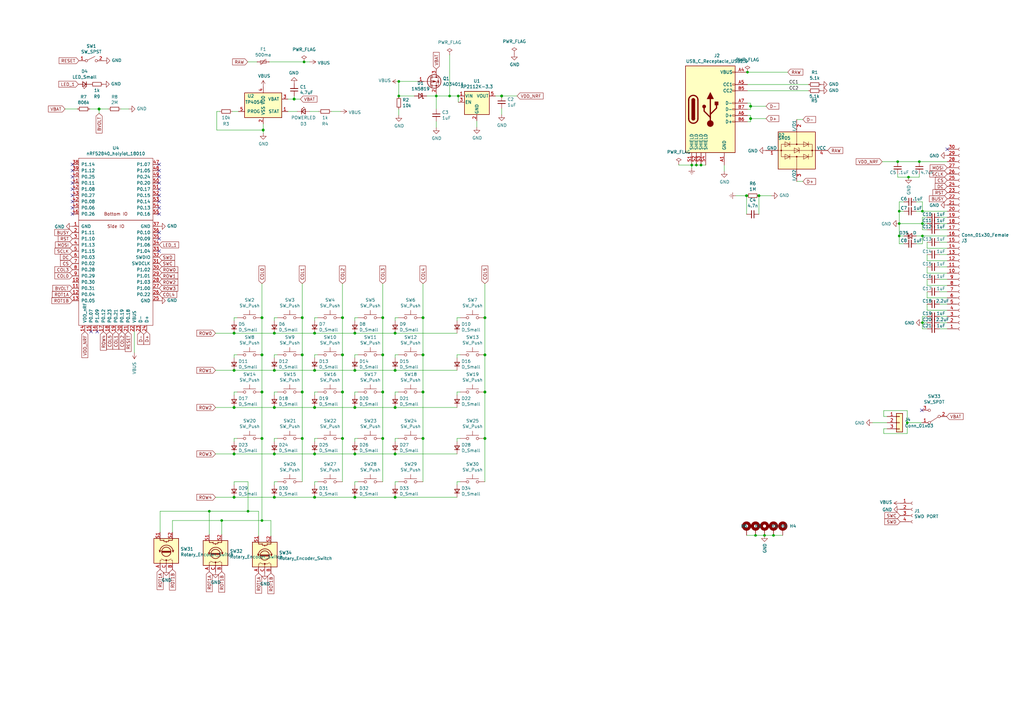
<source format=kicad_sch>
(kicad_sch (version 20211123) (generator eeschema)
  (paper "A3")
  (title_block (title "Hakea Wireless Keyboard") (date "2022-01-09") (rev "1.0") (company "TKW"))
  (junction (at 173.482 145.542) (diameter 1.016))
  (junction (at 173.482 179.832) (diameter 1.016))
  (junction (at 112.522 203.962) (diameter 1.016))
  (junction (at 162.052 186.182) (diameter 1.016))
  (junction (at 307.848 48.641) (diameter 1.016))
  (junction (at 101.727 209.677))
  (junction (at 377.063 66.294))
  (junction (at 145.542 167.132) (diameter 1.016))
  (junction (at 163.576 33.401))
  (junction (at 317.246 219.583))
  (junction (at 85.852 209.677))
  (junction (at 112.522 136.652) (diameter 1.016))
  (junction (at 187.96 39.37))
  (junction (at 287.528 67.691))
  (junction (at 368.173 66.294))
  (junction (at 112.522 186.182) (diameter 1.016))
  (junction (at 90.932 213.487))
  (junction (at 163.576 39.37))
  (junction (at 198.882 145.542) (diameter 1.016))
  (junction (at 307.848 43.561) (diameter 1.016))
  (junction (at 107.442 130.302) (diameter 1.016))
  (junction (at 107.442 145.542) (diameter 1.016))
  (junction (at 372.618 72.644))
  (junction (at 129.032 203.962) (diameter 1.016))
  (junction (at 311.277 80.264) (diameter 1.016))
  (junction (at 162.052 167.132) (diameter 1.016))
  (junction (at 309.88 219.583))
  (junction (at 378.333 91.694))
  (junction (at 162.052 203.962) (diameter 1.016))
  (junction (at 140.462 130.302) (diameter 1.016))
  (junction (at 96.012 186.182) (diameter 1.016))
  (junction (at 123.952 179.832) (diameter 1.016))
  (junction (at 140.462 179.832) (diameter 1.016))
  (junction (at 162.052 151.892) (diameter 1.016))
  (junction (at 123.952 160.782) (diameter 1.016))
  (junction (at 140.462 145.542) (diameter 1.016))
  (junction (at 283.718 67.691))
  (junction (at 107.95 53.34) (diameter 1.016))
  (junction (at 96.012 136.652) (diameter 1.016))
  (junction (at 107.442 179.832) (diameter 1.016))
  (junction (at 378.333 96.774))
  (junction (at 129.032 136.652) (diameter 1.016))
  (junction (at 112.522 167.132) (diameter 1.016))
  (junction (at 156.972 145.542) (diameter 1.016))
  (junction (at 306.578 29.591))
  (junction (at 156.972 130.302) (diameter 1.016))
  (junction (at 112.522 151.892) (diameter 1.016))
  (junction (at 120.65 40.64) (diameter 1.016))
  (junction (at 378.333 132.334))
  (junction (at 96.012 167.132) (diameter 1.016))
  (junction (at 129.032 186.182) (diameter 1.016))
  (junction (at 378.333 86.614))
  (junction (at 129.032 151.892) (diameter 1.016))
  (junction (at 198.882 160.782) (diameter 1.016))
  (junction (at 173.482 160.782) (diameter 1.016))
  (junction (at 198.882 179.832) (diameter 1.016))
  (junction (at 96.012 203.962) (diameter 1.016))
  (junction (at 198.882 130.302) (diameter 1.016))
  (junction (at 107.442 160.782) (diameter 1.016))
  (junction (at 173.482 130.302) (diameter 1.016))
  (junction (at 40.64 44.704) (diameter 1.016))
  (junction (at 145.542 136.652) (diameter 1.016))
  (junction (at 178.943 39.37))
  (junction (at 306.197 80.264) (diameter 1.016))
  (junction (at 124.714 25.4))
  (junction (at 313.563 219.583))
  (junction (at 145.542 186.182) (diameter 1.016))
  (junction (at 372.11 173.355))
  (junction (at 123.952 130.302) (diameter 1.016))
  (junction (at 140.462 160.782) (diameter 1.016))
  (junction (at 162.052 136.652) (diameter 1.016))
  (junction (at 145.542 151.892) (diameter 1.016))
  (junction (at 285.623 67.691))
  (junction (at 368.808 91.694))
  (junction (at 96.012 151.892) (diameter 1.016))
  (junction (at 368.808 86.614))
  (junction (at 107.442 213.487))
  (junction (at 129.032 167.132) (diameter 1.016))
  (junction (at 368.808 96.774))
  (junction (at 184.404 39.37))
  (junction (at 123.952 145.542) (diameter 1.016))
  (junction (at 156.972 160.782) (diameter 1.016))
  (junction (at 205.74 39.37) (diameter 1.016))
  (junction (at 145.542 203.962) (diameter 1.016))
  (junction (at 156.972 179.832) (diameter 1.016))
  (no_connect (at 378.079 168.275))
  (no_connect (at 65.278 102.997))
  (no_connect (at 388.493 61.214))
  (no_connect (at 29.718 72.517))
  (no_connect (at 29.718 69.977))
  (no_connect (at 29.718 77.597))
  (no_connect (at 29.718 75.057))
  (no_connect (at 29.718 67.437))
  (no_connect (at 65.278 72.517))
  (no_connect (at 65.278 75.057))
  (no_connect (at 65.278 77.597))
  (no_connect (at 65.278 82.677))
  (no_connect (at 65.278 67.437))
  (no_connect (at 65.278 69.977))
  (no_connect (at 65.278 80.137))
  (no_connect (at 65.278 85.217))
  (no_connect (at 65.278 87.757))
  (no_connect (at 29.718 80.137))
  (no_connect (at 29.718 82.677))
  (no_connect (at 29.718 85.217))
  (no_connect (at 29.718 87.757))
  (no_connect (at 37.338 136.017))
  (no_connect (at 39.878 136.017))
  (no_connect (at 65.278 95.377))
  (no_connect (at 65.278 97.917))
  (wire (pts (xy 123.952 179.832) (xy 123.952 197.612)))
  (wire (pts (xy 156.972 130.302) (xy 156.972 145.542)))
  (wire (pts (xy 306.197 219.583) (xy 309.88 219.583)))
  (wire (pts (xy 187.452 197.612) (xy 188.722 197.612)))
  (wire (pts (xy 307.848 42.291) (xy 307.848 43.561)))
  (wire (pts (xy 306.578 42.291) (xy 307.848 42.291)))
  (wire (pts (xy 112.522 181.102) (xy 112.522 179.832)))
  (wire (pts (xy 36.83 44.704) (xy 40.64 44.704)))
  (wire (pts (xy 129.032 151.892) (xy 145.542 151.892)))
  (wire (pts (xy 163.576 33.401) (xy 171.323 33.401)))
  (wire (pts (xy 88.392 167.132) (xy 96.012 167.132)))
  (wire (pts (xy 129.032 160.782) (xy 130.302 160.782)))
  (wire (pts (xy 129.032 181.102) (xy 129.032 179.832)))
  (wire (pts (xy 120.65 40.64) (xy 123.19 40.64)))
  (wire (pts (xy 95.25 45.72) (xy 97.79 45.72)))
  (wire (pts (xy 140.462 179.832) (xy 140.462 197.612)))
  (wire (pts (xy 140.462 130.302) (xy 140.462 145.542)))
  (wire (pts (xy 101.727 197.612) (xy 101.727 209.677)))
  (wire (pts (xy 88.9 45.72) (xy 88.9 53.34)))
  (wire (pts (xy 195.58 49.53) (xy 195.58 52.197)))
  (wire (pts (xy 380.238 112.014) (xy 388.493 112.014)))
  (wire (pts (xy 96.012 130.302) (xy 97.282 130.302)))
  (wire (pts (xy 112.522 198.882) (xy 112.522 197.612)))
  (wire (pts (xy 380.238 106.934) (xy 388.493 106.934)))
  (wire (pts (xy 307.848 43.561) (xy 314.198 43.561)))
  (wire (pts (xy 40.64 44.704) (xy 40.64 46.482)))
  (wire (pts (xy 198.882 145.542) (xy 198.882 160.782)))
  (wire (pts (xy 96.012 145.542) (xy 97.282 145.542)))
  (wire (pts (xy 311.277 87.884) (xy 311.277 80.264)))
  (wire (pts (xy 65.659 218.313) (xy 65.659 209.677)))
  (wire (pts (xy 49.53 44.704) (xy 52.832 44.704)))
  (wire (pts (xy 307.848 44.831) (xy 306.578 44.831)))
  (wire (pts (xy 306.197 80.264) (xy 306.197 87.884)))
  (wire (pts (xy 88.392 136.652) (xy 96.012 136.652)))
  (wire (pts (xy 145.542 146.812) (xy 145.542 145.542)))
  (wire (pts (xy 187.452 181.102) (xy 187.452 179.832)))
  (wire (pts (xy 112.522 136.652) (xy 129.032 136.652)))
  (wire (pts (xy 96.012 186.182) (xy 112.522 186.182)))
  (wire (pts (xy 378.333 96.774) (xy 375.793 96.774)))
  (wire (pts (xy 306.578 47.371) (xy 307.848 47.371)))
  (wire (pts (xy 178.943 49.784) (xy 178.943 52.324)))
  (wire (pts (xy 123.952 116.332) (xy 123.952 130.302)))
  (wire (pts (xy 368.173 72.644) (xy 372.618 72.644)))
  (wire (pts (xy 70.739 213.487) (xy 90.932 213.487)))
  (wire (pts (xy 162.052 145.542) (xy 163.322 145.542)))
  (wire (pts (xy 118.11 40.64) (xy 120.65 40.64)))
  (wire (pts (xy 112.522 131.572) (xy 112.522 130.302)))
  (wire (pts (xy 106.045 219.837) (xy 106.045 209.677)))
  (wire (pts (xy 112.522 197.612) (xy 113.792 197.612)))
  (wire (pts (xy 162.052 197.612) (xy 163.322 197.612)))
  (wire (pts (xy 388.493 132.334) (xy 385.318 132.334)))
  (wire (pts (xy 388.493 134.874) (xy 385.318 134.874)))
  (wire (pts (xy 372.11 173.355) (xy 378.079 173.355)))
  (wire (pts (xy 163.576 33.401) (xy 163.576 39.37)))
  (wire (pts (xy 380.238 99.314) (xy 380.238 101.854)))
  (wire (pts (xy 65.659 209.677) (xy 85.852 209.677)))
  (wire (pts (xy 388.493 96.774) (xy 378.333 96.774)))
  (wire (pts (xy 368.808 96.774) (xy 370.713 96.774)))
  (wire (pts (xy 129.032 131.572) (xy 129.032 130.302)))
  (wire (pts (xy 85.852 219.202) (xy 85.852 209.677)))
  (wire (pts (xy 162.052 181.102) (xy 162.052 179.832)))
  (wire (pts (xy 380.238 127.254) (xy 388.493 127.254)))
  (wire (pts (xy 184.404 22.479) (xy 184.404 39.37)))
  (wire (pts (xy 145.542 197.612) (xy 146.812 197.612)))
  (wire (pts (xy 129.032 162.052) (xy 129.032 160.782)))
  (wire (pts (xy 145.542 186.182) (xy 162.052 186.182)))
  (wire (pts (xy 96.012 198.882) (xy 96.012 197.612)))
  (wire (pts (xy 285.623 67.691) (xy 287.528 67.691)))
  (wire (pts (xy 380.238 117.094) (xy 388.493 117.094)))
  (wire (pts (xy 163.576 39.37) (xy 163.576 39.624)))
  (wire (pts (xy 162.052 160.782) (xy 163.322 160.782)))
  (wire (pts (xy 377.063 72.644) (xy 377.063 71.374)))
  (wire (pts (xy 96.012 136.652) (xy 112.522 136.652)))
  (wire (pts (xy 378.333 82.804) (xy 378.333 86.614)))
  (wire (pts (xy 378.333 132.334) (xy 378.333 129.794)))
  (wire (pts (xy 145.542 162.052) (xy 145.542 160.782)))
  (wire (pts (xy 205.74 44.45) (xy 205.74 46.99)))
  (wire (pts (xy 375.793 82.804) (xy 378.333 82.804)))
  (wire (pts (xy 156.972 116.332) (xy 156.972 130.302)))
  (wire (pts (xy 380.238 119.634) (xy 380.238 122.174)))
  (wire (pts (xy 90.932 213.487) (xy 107.442 213.487)))
  (wire (pts (xy 140.462 145.542) (xy 140.462 160.782)))
  (wire (pts (xy 198.882 179.832) (xy 198.882 197.612)))
  (wire (pts (xy 55.118 144.653) (xy 55.118 136.017)))
  (wire (pts (xy 357.886 173.355) (xy 363.855 173.355)))
  (wire (pts (xy 163.576 44.704) (xy 163.576 47.244)))
  (wire (pts (xy 96.012 131.572) (xy 96.012 130.302)))
  (wire (pts (xy 111.125 213.487) (xy 107.442 213.487)))
  (wire (pts (xy 187.452 146.812) (xy 187.452 145.542)))
  (wire (pts (xy 156.972 145.542) (xy 156.972 160.782)))
  (wire (pts (xy 388.493 124.714) (xy 385.318 124.714)))
  (wire (pts (xy 388.493 119.634) (xy 385.318 119.634)))
  (wire (pts (xy 380.238 122.174) (xy 388.493 122.174)))
  (wire (pts (xy 101.6 25.4) (xy 105.41 25.4)))
  (wire (pts (xy 156.972 160.782) (xy 156.972 179.832)))
  (wire (pts (xy 145.542 160.782) (xy 146.812 160.782)))
  (wire (pts (xy 145.542 203.962) (xy 162.052 203.962)))
  (wire (pts (xy 162.052 146.812) (xy 162.052 145.542)))
  (wire (pts (xy 118.11 45.72) (xy 121.92 45.72)))
  (wire (pts (xy 107.95 50.8) (xy 107.95 53.34)))
  (wire (pts (xy 96.012 197.612) (xy 101.727 197.612)))
  (wire (pts (xy 380.238 104.394) (xy 380.238 106.934)))
  (wire (pts (xy 90.17 45.72) (xy 88.9 45.72)))
  (wire (pts (xy 40.64 44.704) (xy 44.45 44.704)))
  (wire (pts (xy 96.012 203.962) (xy 112.522 203.962)))
  (wire (pts (xy 175.006 39.37) (xy 178.943 39.37)))
  (wire (pts (xy 173.482 116.332) (xy 173.482 130.302)))
  (wire (pts (xy 380.238 109.474) (xy 380.238 112.014)))
  (wire (pts (xy 163.576 39.37) (xy 169.926 39.37)))
  (wire (pts (xy 326.771 74.422) (xy 329.311 74.422)))
  (wire (pts (xy 107.95 53.34) (xy 107.95 54.61)))
  (wire (pts (xy 178.943 39.37) (xy 178.943 44.704)))
  (wire (pts (xy 145.542 136.652) (xy 162.052 136.652)))
  (wire (pts (xy 96.012 162.052) (xy 96.012 160.782)))
  (wire (pts (xy 162.052 186.182) (xy 187.452 186.182)))
  (wire (pts (xy 173.482 160.782) (xy 173.482 179.832)))
  (wire (pts (xy 145.542 151.892) (xy 162.052 151.892)))
  (wire (pts (xy 375.793 86.614) (xy 378.333 86.614)))
  (wire (pts (xy 283.718 67.691) (xy 285.623 67.691)))
  (wire (pts (xy 85.852 209.677) (xy 101.727 209.677)))
  (wire (pts (xy 123.952 160.782) (xy 123.952 179.832)))
  (wire (pts (xy 124.714 25.4) (xy 127 25.4)))
  (wire (pts (xy 145.542 181.102) (xy 145.542 179.832)))
  (wire (pts (xy 368.808 86.614) (xy 368.808 91.694)))
  (wire (pts (xy 145.542 179.832) (xy 146.812 179.832)))
  (wire (pts (xy 107.442 116.332) (xy 107.442 130.302)))
  (wire (pts (xy 129.032 167.132) (xy 145.542 167.132)))
  (wire (pts (xy 301.752 80.264) (xy 306.197 80.264)))
  (wire (pts (xy 145.542 145.542) (xy 146.812 145.542)))
  (wire (pts (xy 283.718 67.691) (xy 278.384 67.691)))
  (wire (pts (xy 205.74 39.37) (xy 212.09 39.37)))
  (wire (pts (xy 123.952 130.302) (xy 123.952 145.542)))
  (wire (pts (xy 187.452 131.572) (xy 187.452 130.302)))
  (wire (pts (xy 112.522 203.962) (xy 129.032 203.962)))
  (wire (pts (xy 388.493 109.474) (xy 385.318 109.474)))
  (wire (pts (xy 380.238 114.554) (xy 380.238 117.094)))
  (wire (pts (xy 287.528 67.691) (xy 289.433 67.691)))
  (wire (pts (xy 107.442 160.782) (xy 107.442 179.832)))
  (wire (pts (xy 187.452 179.832) (xy 188.722 179.832)))
  (wire (pts (xy 323.088 29.591) (xy 306.578 29.591)))
  (wire (pts (xy 361.823 66.294) (xy 368.173 66.294)))
  (wire (pts (xy 283.718 68.961) (xy 283.718 67.691)))
  (wire (pts (xy 362.458 177.8) (xy 372.11 177.8)))
  (wire (pts (xy 112.522 146.812) (xy 112.522 145.542)))
  (wire (pts (xy 378.333 86.614) (xy 388.493 86.614)))
  (wire (pts (xy 107.442 179.832) (xy 107.442 213.487)))
  (wire (pts (xy 156.972 179.832) (xy 156.972 197.612)))
  (wire (pts (xy 306.578 34.671) (xy 331.597 34.671)))
  (wire (pts (xy 388.493 114.554) (xy 385.318 114.554)))
  (wire (pts (xy 368.173 71.374) (xy 368.173 72.644)))
  (wire (pts (xy 368.808 82.804) (xy 368.808 86.614)))
  (wire (pts (xy 317.246 219.583) (xy 321.056 219.583)))
  (wire (pts (xy 96.012 151.892) (xy 112.522 151.892)))
  (wire (pts (xy 129.032 146.812) (xy 129.032 145.542)))
  (wire (pts (xy 184.404 39.37) (xy 187.96 39.37)))
  (wire (pts (xy 129.032 130.302) (xy 130.302 130.302)))
  (wire (pts (xy 96.012 167.132) (xy 112.522 167.132)))
  (wire (pts (xy 203.2 39.37) (xy 205.74 39.37)))
  (wire (pts (xy 162.052 131.572) (xy 162.052 130.302)))
  (wire (pts (xy 145.542 167.132) (xy 162.052 167.132)))
  (wire (pts (xy 378.333 89.154) (xy 378.333 91.694)))
  (wire (pts (xy 110.49 25.4) (xy 124.714 25.4)))
  (wire (pts (xy 106.045 209.677) (xy 101.727 209.677)))
  (wire (pts (xy 178.943 38.481) (xy 178.943 39.37)))
  (wire (pts (xy 162.052 179.832) (xy 163.322 179.832)))
  (wire (pts (xy 127 45.72) (xy 130.81 45.72)))
  (wire (pts (xy 313.563 219.583) (xy 317.246 219.583)))
  (wire (pts (xy 380.238 91.694) (xy 378.333 91.694)))
  (wire (pts (xy 120.65 39.37) (xy 120.65 40.64)))
  (wire (pts (xy 70.739 218.313) (xy 70.739 213.487)))
  (wire (pts (xy 107.442 130.302) (xy 107.442 145.542)))
  (wire (pts (xy 307.848 47.371) (xy 307.848 48.641)))
  (wire (pts (xy 378.333 134.874) (xy 378.333 132.334)))
  (wire (pts (xy 198.882 160.782) (xy 198.882 179.832)))
  (wire (pts (xy 378.333 91.694) (xy 378.333 94.234)))
  (wire (pts (xy 178.943 39.37) (xy 184.404 39.37)))
  (wire (pts (xy 187.452 160.782) (xy 188.722 160.782)))
  (wire (pts (xy 107.442 145.542) (xy 107.442 160.782)))
  (wire (pts (xy 123.952 145.542) (xy 123.952 160.782)))
  (wire (pts (xy 378.333 91.694) (xy 368.808 91.694)))
  (wire (pts (xy 112.522 179.832) (xy 113.792 179.832)))
  (wire (pts (xy 378.333 129.794) (xy 380.238 129.794)))
  (wire (pts (xy 388.493 91.694) (xy 385.318 91.694)))
  (wire (pts (xy 96.012 146.812) (xy 96.012 145.542)))
  (wire (pts (xy 112.522 145.542) (xy 113.792 145.542)))
  (wire (pts (xy 129.032 136.652) (xy 145.542 136.652)))
  (wire (pts (xy 372.11 168.402) (xy 362.458 168.402)))
  (wire (pts (xy 370.713 86.614) (xy 368.808 86.614)))
  (wire (pts (xy 187.452 145.542) (xy 188.722 145.542)))
  (wire (pts (xy 372.11 173.355) (xy 372.11 168.402)))
  (wire (pts (xy 96.012 179.832) (xy 97.282 179.832)))
  (wire (pts (xy 129.032 203.962) (xy 145.542 203.962)))
  (wire (pts (xy 26.67 44.704) (xy 31.75 44.704)))
  (wire (pts (xy 112.522 167.132) (xy 129.032 167.132)))
  (wire (pts (xy 145.542 130.302) (xy 146.812 130.302)))
  (wire (pts (xy 368.173 66.294) (xy 377.063 66.294)))
  (wire (pts (xy 380.238 132.334) (xy 378.333 132.334)))
  (wire (pts (xy 187.452 198.882) (xy 187.452 197.612)))
  (wire (pts (xy 162.052 203.962) (xy 187.452 203.962)))
  (wire (pts (xy 326.771 49.022) (xy 329.311 49.022)))
  (wire (pts (xy 307.848 48.641) (xy 307.848 49.911)))
  (wire (pts (xy 173.482 145.542) (xy 173.482 160.782)))
  (wire (pts (xy 187.96 39.37) (xy 187.96 41.91)))
  (wire (pts (xy 88.9 53.34) (xy 107.95 53.34)))
  (wire (pts (xy 96.012 181.102) (xy 96.012 179.832)))
  (wire (pts (xy 162.052 167.132) (xy 187.452 167.132)))
  (wire (pts (xy 388.493 99.314) (xy 385.318 99.314)))
  (wire (pts (xy 111.125 219.837) (xy 111.125 213.487)))
  (wire (pts (xy 173.482 130.302) (xy 173.482 145.542)))
  (wire (pts (xy 370.713 99.949) (xy 368.808 99.949)))
  (wire (pts (xy 306.578 37.211) (xy 331.597 37.211)))
  (wire (pts (xy 162.052 162.052) (xy 162.052 160.782)))
  (wire (pts (xy 129.032 186.182) (xy 145.542 186.182)))
  (wire (pts (xy 145.542 198.882) (xy 145.542 197.612)))
  (wire (pts (xy 370.713 82.804) (xy 368.808 82.804)))
  (wire (pts (xy 297.053 67.691) (xy 297.053 70.231)))
  (wire (pts (xy 309.88 219.583) (xy 313.563 219.583)))
  (wire (pts (xy 380.238 124.714) (xy 380.238 127.254)))
  (wire (pts (xy 375.793 99.949) (xy 378.333 99.949)))
  (wire (pts (xy 278.384 67.691) (xy 278.384 67.437)))
  (wire (pts (xy 378.333 94.234) (xy 380.238 94.234)))
  (wire (pts (xy 198.882 130.302) (xy 198.882 145.542)))
  (wire (pts (xy 112.522 151.892) (xy 129.032 151.892)))
  (wire (pts (xy 129.032 198.882) (xy 129.032 197.612)))
  (wire (pts (xy 363.855 175.895) (xy 362.458 175.895)))
  (wire (pts (xy 362.458 175.895) (xy 362.458 177.8)))
  (wire (pts (xy 362.458 168.402) (xy 362.458 170.815)))
  (wire (pts (xy 368.808 99.949) (xy 368.808 96.774)))
  (wire (pts (xy 307.848 49.911) (xy 306.578 49.911)))
  (wire (pts (xy 112.522 160.782) (xy 113.792 160.782)))
  (wire (pts (xy 378.333 99.949) (xy 378.333 96.774)))
  (wire (pts (xy 129.032 145.542) (xy 130.302 145.542)))
  (wire (pts (xy 377.063 66.294) (xy 388.493 66.294)))
  (wire (pts (xy 145.542 131.572) (xy 145.542 130.302)))
  (wire (pts (xy 380.238 134.874) (xy 378.333 134.874)))
  (wire (pts (xy 388.493 129.794) (xy 385.318 129.794)))
  (wire (pts (xy 173.482 179.832) (xy 173.482 197.612)))
  (wire (pts (xy 385.318 94.234) (xy 388.493 94.234)))
  (wire (pts (xy 112.522 186.182) (xy 129.032 186.182)))
  (wire (pts (xy 135.89 45.72) (xy 139.7 45.72)))
  (wire (pts (xy 362.458 170.815) (xy 363.855 170.815)))
  (wire (pts (xy 372.618 72.644) (xy 377.063 72.644)))
  (wire (pts (xy 162.052 136.652) (xy 187.452 136.652)))
  (wire (pts (xy 187.452 162.052) (xy 187.452 160.782)))
  (wire (pts (xy 162.052 151.892) (xy 187.452 151.892)))
  (wire (pts (xy 88.392 203.962) (xy 96.012 203.962)))
  (wire (pts (xy 112.522 130.302) (xy 113.792 130.302)))
  (wire (pts (xy 88.392 151.892) (xy 96.012 151.892)))
  (wire (pts (xy 307.848 43.561) (xy 307.848 44.831)))
  (wire (pts (xy 388.493 89.154) (xy 385.318 89.154)))
  (wire (pts (xy 380.238 101.854) (xy 388.493 101.854)))
  (wire (pts (xy 388.493 104.394) (xy 385.318 104.394)))
  (wire (pts (xy 129.032 197.612) (xy 130.302 197.612)))
  (wire (pts (xy 380.238 89.154) (xy 378.333 89.154)))
  (wire (pts (xy 372.11 177.8) (xy 372.11 173.355)))
  (wire (pts (xy 88.392 186.182) (xy 96.012 186.182)))
  (wire (pts (xy 187.452 130.302) (xy 188.722 130.302)))
  (wire (pts (xy 112.522 162.052) (xy 112.522 160.782)))
  (wire (pts (xy 140.462 116.332) (xy 140.462 130.302)))
  (wire (pts (xy 162.052 130.302) (xy 163.322 130.302)))
  (wire (pts (xy 198.882 116.332) (xy 198.882 130.302)))
  (wire (pts (xy 129.032 179.832) (xy 130.302 179.832)))
  (wire (pts (xy 140.462 160.782) (xy 140.462 179.832)))
  (wire (pts (xy 311.277 80.264) (xy 316.357 80.264)))
  (wire (pts (xy 368.808 91.694) (xy 368.808 96.774)))
  (wire (pts (xy 90.932 219.202) (xy 90.932 213.487)))
  (wire (pts (xy 96.012 160.782) (xy 97.282 160.782)))
  (wire (pts (xy 307.848 48.641) (xy 314.198 48.641)))
  (wire (pts (xy 162.052 198.882) (xy 162.052 197.612)))
  (label "CC1" (at 323.596 34.671 0))
  (label "CC2" (at 323.596 37.211 0))
  (global_label "ROW2" (shape input) (at 88.392 167.132 180) (property "Intersheet References" "${INTERSHEET_REFS}" (effects hide)))
  (global_label "ROW0" (shape input) (at 88.392 136.652 180) (property "Intersheet References" "${INTERSHEET_REFS}" (effects hide)))
  (global_label "D-" (shape input) (at 329.311 49.022 0) (property "Intersheet References" "${INTERSHEET_REFS}" (effects hide)))
  (global_label "COL0" (shape input) (at 107.442 116.332 90) (property "Intersheet References" "${INTERSHEET_REFS}" (effects hide)))
  (global_label "BUSY" (shape input) (at 29.718 95.377 180) (property "Intersheet References" "${INTERSHEET_REFS}" (effects hide)))
  (global_label "COL3" (shape input) (at 156.972 116.332 90) (property "Intersheet References" "${INTERSHEET_REFS}" (effects hide)))
  (global_label "COL1" (shape input) (at 123.952 116.332 90) (property "Intersheet References" "${INTERSHEET_REFS}" (effects hide)))
  (global_label "ROW3" (shape input) (at 88.392 186.182 180) (property "Intersheet References" "${INTERSHEET_REFS}" (effects hide)))
  (global_label "MOSI" (shape input) (at 29.718 100.457 180) (property "Intersheet References" "${INTERSHEET_REFS}" (effects hide)))
  (global_label "VBAT" (shape input) (at 178.943 28.321 90) (property "Intersheet References" "${INTERSHEET_REFS}" (effects hide)))
  (global_label "D-" (shape input) (at 314.198 43.561 0) (property "Intersheet References" "${INTERSHEET_REFS}" (effects hide)))
  (global_label "COL2" (shape input) (at 50.038 136.017 270) (property "Intersheet References" "${INTERSHEET_REFS}" (effects hide)))
  (global_label "SCLK" (shape input) (at 29.718 102.997 180) (property "Intersheet References" "${INTERSHEET_REFS}" (effects hide)))
  (global_label "BVOLT" (shape input) (at 40.64 46.482 270) (property "Intersheet References" "${INTERSHEET_REFS}" (effects hide)))
  (global_label "LED_1" (shape input) (at 65.278 100.457 0) (property "Intersheet References" "${INTERSHEET_REFS}" (effects hide)))
  (global_label "SCLK" (shape input) (at 388.493 71.374 180) (property "Intersheet References" "${INTERSHEET_REFS}" (effects hide)))
  (global_label "ROW4" (shape input) (at 42.418 136.017 270) (property "Intersheet References" "${INTERSHEET_REFS}" (effects hide)))
  (global_label "COL3" (shape input) (at 29.718 110.617 180) (property "Intersheet References" "${INTERSHEET_REFS}" (effects hide)))
  (global_label "COL1" (shape input) (at 47.498 136.017 270) (property "Intersheet References" "${INTERSHEET_REFS}" (effects hide)))
  (global_label "DC" (shape input) (at 29.718 105.537 180) (property "Intersheet References" "${INTERSHEET_REFS}" (effects hide)))
  (global_label "ROT1A" (shape input) (at 106.045 235.077 270) (property "Intersheet References" "${INTERSHEET_REFS}" (effects hide)))
  (global_label "RST" (shape input) (at 388.493 78.994 180) (property "Intersheet References" "${INTERSHEET_REFS}" (effects hide)))
  (global_label "LED_1" (shape input) (at 32.131 34.544 180) (property "Intersheet References" "${INTERSHEET_REFS}" (effects hide)))
  (global_label "RST" (shape input) (at 29.718 97.917 180) (property "Intersheet References" "${INTERSHEET_REFS}" (effects hide)))
  (global_label "ROT1B" (shape input) (at 29.718 123.317 180) (property "Intersheet References" "${INTERSHEET_REFS}" (effects hide)))
  (global_label "COL4" (shape input) (at 65.278 120.777 0) (property "Intersheet References" "${INTERSHEET_REFS}" (effects hide)))
  (global_label "BUSY" (shape input) (at 388.493 81.534 180) (property "Intersheet References" "${INTERSHEET_REFS}" (effects hide)))
  (global_label "COL5" (shape input) (at 198.882 116.332 90) (property "Intersheet References" "${INTERSHEET_REFS}" (effects hide)))
  (global_label "DC" (shape input) (at 388.493 76.454 180) (property "Intersheet References" "${INTERSHEET_REFS}" (effects hide)))
  (global_label "ROW3" (shape input) (at 65.278 118.237 0) (property "Intersheet References" "${INTERSHEET_REFS}" (effects hide)))
  (global_label "D+" (shape input) (at 314.198 48.641 0) (property "Intersheet References" "${INTERSHEET_REFS}" (effects hide)))
  (global_label "D+" (shape input) (at 60.198 136.017 270) (property "Intersheet References" "${INTERSHEET_REFS}" (effects hide)))
  (global_label "ROT1B" (shape input) (at 90.932 234.442 270) (property "Intersheet References" "${INTERSHEET_REFS}" (effects hide)))
  (global_label "VDD_NRF" (shape input) (at 361.823 66.294 180) (property "Intersheet References" "${INTERSHEET_REFS}" (effects hide)))
  (global_label "COL2" (shape input) (at 140.462 116.332 90) (property "Intersheet References" "${INTERSHEET_REFS}" (effects hide)))
  (global_label "ROT1A" (shape input) (at 85.852 234.442 270) (property "Intersheet References" "${INTERSHEET_REFS}" (effects hide)))
  (global_label "ROT1B" (shape input) (at 111.125 235.077 270) (property "Intersheet References" "${INTERSHEET_REFS}" (effects hide)))
  (global_label "ROT1A" (shape input) (at 65.659 233.553 270) (property "Intersheet References" "${INTERSHEET_REFS}" (effects hide)))
  (global_label "RESET" (shape input) (at 32.385 24.892 180) (property "Intersheet References" "${INTERSHEET_REFS}" (effects hide)))
  (global_label "RAW" (shape input) (at 101.6 25.4 180) (property "Intersheet References" "${INTERSHEET_REFS}" (effects hide)))
  (global_label "VBAT" (shape input) (at 123.19 40.64 0) (property "Intersheet References" "${INTERSHEET_REFS}" (effects hide)))
  (global_label "MOSI" (shape input) (at 388.493 68.834 180) (property "Intersheet References" "${INTERSHEET_REFS}" (effects hide)))
  (global_label "BVOLT" (shape input) (at 29.718 118.237 180) (property "Intersheet References" "${INTERSHEET_REFS}" (effects hide)))
  (global_label "ROW4" (shape input) (at 88.392 203.962 180) (property "Intersheet References" "${INTERSHEET_REFS}" (effects hide)))
  (global_label "VBAT" (shape input) (at 388.239 170.815 0) (property "Intersheet References" "${INTERSHEET_REFS}" (effects hide)))
  (global_label "SWD" (shape input) (at 369.189 213.995 180) (property "Intersheet References" "${INTERSHEET_REFS}" (effects hide)))
  (global_label "VDD_NRF" (shape input) (at 212.09 39.37 0) (property "Intersheet References" "${INTERSHEET_REFS}" (effects hide)))
  (global_label "ROW1" (shape input) (at 65.278 113.157 0) (property "Intersheet References" "${INTERSHEET_REFS}" (effects hide)))
  (global_label "VBAT" (shape input) (at 26.67 44.704 180) (property "Intersheet References" "${INTERSHEET_REFS}" (effects hide)))
  (global_label "COL4" (shape input) (at 173.482 116.332 90) (property "Intersheet References" "${INTERSHEET_REFS}" (effects hide)))
  (global_label "D+" (shape input) (at 329.311 74.422 0) (property "Intersheet References" "${INTERSHEET_REFS}" (effects hide)))
  (global_label "VDD_NRF" (shape input) (at 34.798 136.017 270) (property "Intersheet References" "${INTERSHEET_REFS}" (effects hide)))
  (global_label "RAW" (shape input) (at 339.471 61.722 0) (property "Intersheet References" "${INTERSHEET_REFS}" (effects hide)))
  (global_label "SWD" (shape input) (at 65.278 105.537 0) (property "Intersheet References" "${INTERSHEET_REFS}" (effects hide)))
  (global_label "ROW0" (shape input) (at 65.278 110.617 0) (property "Intersheet References" "${INTERSHEET_REFS}" (effects hide)))
  (global_label "CS" (shape input) (at 388.493 73.914 180) (property "Intersheet References" "${INTERSHEET_REFS}" (effects hide)))
  (global_label "CS" (shape input) (at 29.718 108.077 180) (property "Intersheet References" "${INTERSHEET_REFS}" (effects hide)))
  (global_label "ROT1A" (shape input) (at 29.718 120.777 180) (property "Intersheet References" "${INTERSHEET_REFS}" (effects hide)))
  (global_label "COL5" (shape input) (at 44.958 136.017 270) (property "Intersheet References" "${INTERSHEET_REFS}" (effects hide)))
  (global_label "RESET" (shape input) (at 52.578 136.017 270) (property "Intersheet References" "${INTERSHEET_REFS}" (effects hide)))
  (global_label "RAW" (shape input) (at 323.088 29.591 0) (property "Intersheet References" "${INTERSHEET_REFS}" (effects hide)))
  (global_label "ROW2" (shape input) (at 65.278 115.697 0) (property "Intersheet References" "${INTERSHEET_REFS}" (effects hide)))
  (global_label "D-" (shape input) (at 57.658 136.017 270) (property "Intersheet References" "${INTERSHEET_REFS}" (effects hide)))
  (global_label "SWC" (shape input) (at 65.278 108.077 0) (property "Intersheet References" "${INTERSHEET_REFS}" (effects hide)))
  (global_label "ROW1" (shape input) (at 88.392 151.892 180) (property "Intersheet References" "${INTERSHEET_REFS}" (effects hide)))
  (global_label "ROT1B" (shape input) (at 70.739 233.553 270) (property "Intersheet References" "${INTERSHEET_REFS}" (effects hide)))
  (global_label "SWC" (shape input) (at 369.189 211.455 180) (property "Intersheet References" "${INTERSHEET_REFS}" (effects hide)))
  (global_label "COL0" (shape input) (at 29.718 113.157 180) (property "Intersheet References" "${INTERSHEET_REFS}" (effects hide)))
  (symbol (lib_id "nrf52840_holyiot_18010:nRF52840_holyiot_18010") (at 47.498 99.187 0) (unit 1)
    (property "Reference" "U4" (at 47.498 60.706 0))
    (property "Value" "nRF52840_holyiot_18010" (at 47.498 63.0174 0))
    (property "Footprint" "Grandiceps:nRF52840_holyiot_18010_copy" (effects hide))
    (property "Datasheet" "http://www.holyiot.com/tp/2019042516322180424.pdf" (effects hide))
  )
  (symbol (lib_id "power:GND") (at 65.278 92.837 90) (unit 1)
    (property "Reference" "#PWR023" (effects hide))
    (property "Value" "GND" (at 68.5292 92.71 90) (effects (justify right)))
  )
  (symbol (lib_id "power:GND") (at 29.718 92.837 270) (unit 1)
    (property "Reference" "#PWR022" (effects hide))
    (property "Value" "GND" (at 26.4668 92.964 90) (effects (justify right)))
  )
  (symbol (lib_id "power:GND") (at 65.278 123.317 90) (unit 1)
    (property "Reference" "#PWR025" (effects hide))
    (property "Value" "GND" (at 68.5292 123.19 90) (effects (justify right)))
  )
  (symbol (lib_id "power:GND") (at 369.189 208.915 270) (unit 1)
    (property "Reference" "#PWR031" (effects hide))
    (property "Value" "GND" (at 365.9378 209.042 90) (effects (justify right)))
  )
  (symbol (lib_id "power:Earth") (at 301.752 80.264 270) (unit 1)
    (property "Reference" "#PWR017" (effects hide))
    (property "Value" "Earth" (effects hide))
  )
  (symbol (lib_id "Device:R_Small") (at 308.737 80.264 270) (unit 1)
    (property "Reference" "R6" (at 308.737 75.2856 90))
    (property "Value" "1M" (at 308.737 77.597 90))
    (property "Footprint" "Library:R_0805_2012Metric" (effects hide))
  )
  (symbol (lib_id "Device:C_Small") (at 308.737 87.884 270) (unit 1)
    (property "Reference" "C4" (at 308.737 82.0674 90))
    (property "Value" "4.7n" (at 308.737 84.3788 90))
    (property "Footprint" "Library:C_1206_3216Metric" (effects hide))
  )
  (symbol (lib_id "power:GND") (at 316.357 80.264 90) (unit 1)
    (property "Reference" "#PWR018" (effects hide))
    (property "Value" "GND" (at 319.6082 80.137 90) (effects (justify right)))
  )
  (symbol (lib_id "Device:Polyfuse_Small") (at 107.95 25.4 270) (unit 1)
    (property "Reference" "F1" (at 107.95 20.193 90))
    (property "Value" "500ma" (at 107.95 22.5044 90))
    (property "Footprint" "Library:Fuse_1206_3216Metric" (effects hide))
  )
  (symbol (lib_id "power:VBUS") (at 127 25.4 270) (unit 1)
    (property "Reference" "#PWR01" (effects hide))
    (property "Value" "VBUS" (at 130.2512 25.781 90) (effects (justify left)))
  )
  (symbol (lib_id "Battery_Management:MCP73831-3-OT") (at 107.95 43.18 0) (unit 1)
    (property "Reference" "U2" (at 102.87 39.37 0))
    (property "Value" "TP4054" (at 104.14 41.91 0))
    (property "Footprint" "Package_TO_SOT_SMD:SOT-23-5" (effects hide))
    (property "Datasheet" "http://ww1.microchip.com/downloads/en/DeviceDoc/20001984g.pdf" (effects hide))
  )
  (symbol (lib_id "power:VBUS") (at 107.95 35.56 0) (unit 1)
    (property "Reference" "#PWR06" (effects hide))
    (property "Value" "VBUS" (at 108.331 31.1658 0))
  )
  (symbol (lib_id "power:GND") (at 107.95 54.61 0) (unit 1)
    (property "Reference" "#PWR015" (effects hide))
    (property "Value" "GND" (at 108.077 59.0042 0))
  )
  (symbol (lib_id "Device:R_Small") (at 92.71 45.72 90) (unit 1)
    (property "Reference" "R3" (at 92.71 50.8 90))
    (property "Value" "10k" (at 92.71 48.26 90))
    (property "Footprint" "Library:R_0805_2012Metric" (effects hide))
  )
  (symbol (lib_id "Device:LED_Small") (at 124.46 45.72 0) (unit 1)
    (property "Reference" "D3" (at 124.46 50.8 0))
    (property "Value" "POWERLED" (at 124.46 48.26 0))
    (property "Footprint" "Library:D_0805_2012Metric" (effects hide))
  )
  (symbol (lib_id "Device:R_Small") (at 133.35 45.72 270) (unit 1)
    (property "Reference" "R4" (at 133.35 50.8 90))
    (property "Value" "1k" (at 133.35 48.26 90))
    (property "Footprint" "Library:R_0805_2012Metric" (effects hide))
  )
  (symbol (lib_id "power:VBUS") (at 139.7 45.72 270) (unit 1)
    (property "Reference" "#PWR09" (effects hide))
    (property "Value" "VBUS" (at 142.9512 46.101 90) (effects (justify left)))
  )
  (symbol (lib_id "Device:C_Small") (at 120.65 36.83 180) (unit 1)
    (property "Reference" "C1" (at 122.9868 35.6616 0) (effects (justify right)))
    (property "Value" "4.7uF" (at 122.9868 37.973 0) (effects (justify right)))
    (property "Footprint" "Library:C_0805_2012Metric" (effects hide))
  )
  (symbol (lib_id "power:GND") (at 120.65 34.29 180) (unit 1)
    (property "Reference" "#PWR05" (effects hide))
    (property "Value" "GND" (at 120.523 29.8958 0))
  )
  (symbol (lib_id "Device:R_Small") (at 34.29 44.704 270) (unit 1)
    (property "Reference" "R7" (at 34.29 39.7256 90))
    (property "Value" "806k" (at 34.29 42.037 90))
    (property "Footprint" "Library:R_0805_2012Metric" (effects hide))
  )
  (symbol (lib_id "Device:R_Small") (at 46.99 44.704 270) (unit 1)
    (property "Reference" "R8" (at 46.99 39.7256 90))
    (property "Value" "2M" (at 46.99 42.037 90))
    (property "Footprint" "Library:R_0805_2012Metric" (effects hide))
  )
  (symbol (lib_id "power:GND") (at 52.832 44.704 90) (unit 1)
    (property "Reference" "#PWR020" (effects hide))
    (property "Value" "GND" (at 56.0832 44.577 90) (effects (justify right)))
  )
  (symbol (lib_id "Regulator_Linear:AP2112K-3.3") (at 195.58 41.91 0) (unit 1)
    (property "Reference" "U1" (at 195.58 33.2232 0))
    (property "Value" "AP2112K-3.3" (at 195.58 35.5346 0))
    (property "Footprint" "Package_TO_SOT_SMD:SOT-23-5" (effects hide))
    (property "Datasheet" "https://www.diodes.com/assets/Datasheets/AP2112.pdf" (effects hide))
  )
  (symbol (lib_id "power:GND") (at 195.58 52.197 0) (unit 1)
    (property "Reference" "#PWR013" (effects hide))
    (property "Value" "GND" (at 195.707 56.5912 0))
  )
  (symbol (lib_id "Transistor_FET:AO3401A") (at 176.403 33.401 0) (unit 1)
    (property "Reference" "Q1" (at 181.61 32.2326 0) (effects (justify left)))
    (property "Value" "AO3401A" (at 181.61 34.544 0) (effects (justify left)))
    (property "Footprint" "Package_TO_SOT_SMD:SOT-23" (effects hide))
    (property "Datasheet" "http://www.aosmd.com/pdfs/datasheet/AO3401A.pdf" (effects hide))
  )
  (symbol (lib_id "power:VBUS") (at 163.576 33.401 90) (unit 1)
    (property "Reference" "#PWR03" (effects hide))
    (property "Value" "VBUS" (at 160.3502 33.02 90) (effects (justify left)))
  )
  (symbol (lib_id "Device:R_Small") (at 163.576 42.164 0) (unit 1)
    (property "Reference" "R2" (at 165.0746 40.9956 0) (effects (justify left)))
    (property "Value" "10k" (at 165.0746 43.307 0) (effects (justify left)))
    (property "Footprint" "Library:R_0805_2012Metric" (effects hide))
  )
  (symbol (lib_id "Device:D_Schottky_Small") (at 172.466 39.37 180) (unit 1)
    (property "Reference" "D1" (at 172.466 34.1122 0))
    (property "Value" "1N5819" (at 172.466 36.4236 0))
    (property "Footprint" "Diode_SMD:D_SOD-123" (effects hide))
  )
  (symbol (lib_id "power:GND") (at 163.576 47.244 0) (unit 1)
    (property "Reference" "#PWR08" (effects hide))
    (property "Value" "GND" (at 163.703 51.6382 0))
  )
  (symbol (lib_id "power:VBUS") (at 55.118 144.653 180) (unit 1)
    (property "Reference" "#PWR026" (effects hide))
    (property "Value" "VBUS" (at 55.118 151.003 90))
  )
  (symbol (lib_id "Connector:Conn_01x04_Female") (at 374.269 208.915 0) (unit 1)
    (property "Reference" "J1" (at 374.9802 209.5246 0) (effects (justify left)))
    (property "Value" "SWD PORT" (at 374.9802 211.836 0) (effects (justify left)))
    (property "Footprint" "Library:PinHeader_1x04_P2.54mm_Vertical" (effects hide))
  )
  (symbol (lib_id "power:VBUS") (at 369.189 206.375 90) (unit 1)
    (property "Reference" "#PWR030" (effects hide))
    (property "Value" "VBUS" (at 365.9632 205.994 90) (effects (justify left)))
  )
  (symbol (lib_id "Switch:SW_SPST") (at 37.465 24.892 0) (unit 1)
    (property "Reference" "SW1" (at 37.465 18.923 0))
    (property "Value" "SW_SPST" (at 37.465 21.2344 0))
    (property "Footprint" "Library:TC-1101V" (effects hide))
  )
  (symbol (lib_id "power:GND") (at 42.545 24.892 90) (unit 1)
    (property "Reference" "#PWR019" (effects hide))
    (property "Value" "GND" (at 45.7962 24.765 90) (effects (justify right)))
  )
  (symbol (lib_id "Device:C_Small") (at 178.943 47.244 0) (unit 1)
    (property "Reference" "C3" (at 181.2798 46.0756 0) (effects (justify left)))
    (property "Value" "1uF" (at 181.2798 48.387 0) (effects (justify left)))
    (property "Footprint" "Library:C_0805_2012Metric" (effects hide))
  )
  (symbol (lib_id "power:GND") (at 178.943 52.324 0) (unit 1)
    (property "Reference" "#PWR012" (effects hide))
    (property "Value" "GND" (at 179.07 56.7182 0))
  )
  (symbol (lib_id "Device:C_Small") (at 205.74 41.91 0) (unit 1)
    (property "Reference" "C2" (at 208.0768 40.7416 0) (effects (justify left)))
    (property "Value" "1uF" (at 208.0768 43.053 0) (effects (justify left)))
    (property "Footprint" "Library:C_0805_2012Metric" (effects hide))
  )
  (symbol (lib_id "power:GND") (at 205.74 46.99 0) (unit 1)
    (property "Reference" "#PWR010" (effects hide))
    (property "Value" "GND" (at 205.867 51.3842 0))
  )
  (symbol (lib_id "Device:LED_Small") (at 34.671 34.544 180) (unit 1)
    (property "Reference" "D4" (at 34.671 29.2862 0))
    (property "Value" "LED_Small" (at 34.671 31.5976 0))
    (property "Footprint" "Library:D_0805_2012Metric" (effects hide))
  )
  (symbol (lib_id "Device:R_Small") (at 39.751 34.544 90) (unit 1)
    (property "Reference" "R9" (at 39.751 39.624 90))
    (property "Value" "1k" (at 39.751 37.084 90))
    (property "Footprint" "Library:R_0805_2012Metric" (effects hide))
  )
  (symbol (lib_id "power:GND") (at 42.291 34.544 90) (unit 1)
    (property "Reference" "#PWR021" (effects hide))
    (property "Value" "GND" (at 45.5422 34.417 90) (effects (justify right)))
  )
  (symbol (lib_id "Switch:SW_SPDT") (at 383.159 170.815 180) (unit 1)
    (property "Reference" "SW33" (at 383.159 162.56 0))
    (property "Value" "SW_SPDT" (at 383.159 164.8714 0))
    (property "Footprint" "Library:midmount_slide" (effects hide))
  )
  (symbol (lib_id "power:GND") (at 357.886 173.355 270) (unit 1)
    (property "Reference" "#PWR029" (effects hide))
    (property "Value" "GND" (at 354.6348 173.482 90) (effects (justify right)))
  )
  (symbol (lib_id "Device:C_Small") (at 377.063 68.834 0) (unit 1)
    (property "Reference" "C9" (at 375.158 70.739 0))
    (property "Value" "4.7uF" (at 380.238 70.739 0))
    (property "Footprint" "Capacitor_SMD:C_0402_1005Metric" (effects hide))
    (property "LCSC" "C23733" (effects hide))
  )
  (symbol (lib_id "Device:D_Small") (at 162.052 134.112 90) (unit 1)
    (property "Reference" "D9" (at 163.83 132.9436 90) (effects (justify right)))
    (property "Value" "D_Small" (at 163.83 135.255 90) (effects (justify right)))
    (property "Footprint" "Library:D_SOD-123" (effects hide))
  )
  (symbol (lib_id "Device:D_Small") (at 129.032 183.642 90) (unit 1)
    (property "Reference" "D25" (at 130.81 182.4736 90) (effects (justify right)))
    (property "Value" "D_Small" (at 130.81 184.785 90) (effects (justify right)))
    (property "Footprint" "Library:D_SOD-123" (effects hide))
  )
  (symbol (lib_id "power:GND") (at 336.677 37.211 90) (unit 1)
    (property "Reference" "#PWR0105" (effects hide))
    (property "Value" "GND" (at 339.9282 37.084 90) (effects (justify right)))
  )
  (symbol (lib_id "Switch:SW_Push") (at 168.402 160.782 0) (unit 1)
    (property "Reference" "SW18" (at 168.402 153.543 0))
    (property "Value" "SW_Push" (at 168.402 155.8544 0))
    (property "Footprint" "Library:MX-1U-Hotswap" (effects hide))
  )
  (symbol (lib_id "Switch:SW_Push") (at 118.872 130.302 0) (unit 1)
    (property "Reference" "SW3" (at 118.872 123.063 0))
    (property "Value" "SW_Push" (at 118.872 125.3744 0))
    (property "Footprint" "Library:MX-1U-Hotswap" (effects hide))
  )
  (symbol (lib_id "Device:D_Small") (at 187.452 149.352 90) (unit 1)
    (property "Reference" "D16" (at 189.23 148.1836 90) (effects (justify right)))
    (property "Value" "D_Small" (at 189.23 150.495 90) (effects (justify right)))
    (property "Footprint" "Library:D_SOD-123" (effects hide))
  )
  (symbol (lib_id "Switch:SW_Push") (at 193.802 160.782 0) (unit 1)
    (property "Reference" "SW19" (at 193.802 153.543 0))
    (property "Value" "SW_Push" (at 193.802 155.8544 0))
    (property "Footprint" "Library:MX-1U-Hotswap" (effects hide))
  )
  (symbol (lib_id "Device:D_Small") (at 112.522 164.592 90) (unit 1)
    (property "Reference" "D18" (at 114.3 163.4236 90) (effects (justify right)))
    (property "Value" "D_Small" (at 114.3 165.735 90) (effects (justify right)))
    (property "Footprint" "Library:D_SOD-123" (effects hide))
  )
  (symbol (lib_id "Device:C_Small") (at 382.778 99.314 90) (unit 1)
    (property "Reference" "C13" (at 380.238 98.044 90))
    (property "Value" "1uF" (at 385.953 98.044 90))
    (property "Footprint" "Capacitor_SMD:C_0402_1005Metric" (effects hide))
    (property "LCSC" "C52923" (effects hide))
  )
  (symbol (lib_id "Device:R_Small") (at 334.137 37.211 270) (unit 1)
    (property "Reference" "R5" (at 334.01 41.275 90))
    (property "Value" "5.1k" (at 334.01 39.497 90))
    (property "Footprint" "Library:R_0805_2012Metric" (effects hide))
  )
  (symbol (lib_id "Switch:SW_Push") (at 193.802 145.542 0) (unit 1)
    (property "Reference" "SW13" (at 193.802 138.303 0))
    (property "Value" "SW_Push" (at 193.802 140.6144 0))
    (property "Footprint" "Library:MX-1U-Hotswap" (effects hide))
  )
  (symbol (lib_id "Connector_Generic:Conn_01x03") (at 368.935 173.355 0) (unit 1)
    (property "Reference" "J4" (at 371.094 172.0849 0) (effects (justify left)))
    (property "Value" "Conn_01x03" (at 371.094 174.6249 0) (effects (justify left)))
    (property "Footprint" "Library:JST_PH_S3B-PH-K_1x03_P2.00mm_Horizontal" (effects hide))
  )
  (symbol (lib_id "Switch:SW_Push") (at 118.872 179.832 0) (unit 1)
    (property "Reference" "SW21" (at 118.872 172.593 0))
    (property "Value" "SW_Push" (at 118.872 174.9044 0))
    (property "Footprint" "Library:MX-1U-Hotswap" (effects hide))
  )
  (symbol (lib_id "power:PWR_FLAG") (at 306.578 29.591 0) (unit 1)
    (property "Reference" "#FLG0104" (effects hide))
    (property "Value" "PWR_FLAG" (at 306.578 24.511 0))
  )
  (symbol (lib_id "Switch:SW_Push") (at 102.362 179.832 0) (unit 1)
    (property "Reference" "SW20" (at 102.362 172.593 0))
    (property "Value" "SW_Push" (at 102.362 174.9044 0))
    (property "Footprint" "Library:MX-1U-Hotswap" (effects hide))
  )
  (symbol (lib_id "usb_c_receptacle_usb2.0:USB_C_Receptacle_USB2.0") (at 291.338 44.831 0) (unit 1)
    (property "Reference" "J2" (at 294.0558 22.8092 0))
    (property "Value" "USB_C_Receptacle_USB2.0" (at 294.0558 25.1206 0))
    (property "Footprint" "footprints-mikoto:USB-C_C168688" (effects hide))
    (property "Datasheet" "https://www.usb.org/sites/default/files/documents/usb_type-c.zip" (effects hide))
    (property "LCSC Part" "C168688" (effects hide))
    (property "JLC Part" "C168688" (effects hide))
  )
  (symbol (lib_id "Device:C_Small") (at 382.778 109.474 90) (unit 1)
    (property "Reference" "C15" (at 380.238 108.204 90))
    (property "Value" "1uF" (at 385.953 108.204 90))
    (property "Footprint" "Capacitor_SMD:C_0402_1005Metric" (effects hide))
    (property "LCSC" "C52923" (effects hide))
  )
  (symbol (lib_id "Device:C_Small") (at 382.778 91.694 90) (unit 1)
    (property "Reference" "C11" (at 380.238 90.424 90))
    (property "Value" "1uF" (at 385.953 90.424 90))
    (property "Footprint" "Capacitor_SMD:C_0402_1005Metric" (effects hide))
    (property "LCSC" "C52923" (effects hide))
  )
  (symbol (lib_id "Device:D_Small") (at 112.522 183.642 90) (unit 1)
    (property "Reference" "D24" (at 114.3 182.4736 90) (effects (justify right)))
    (property "Value" "D_Small" (at 114.3 184.785 90) (effects (justify right)))
    (property "Footprint" "Library:D_SOD-123" (effects hide))
  )
  (symbol (lib_id "power:GND") (at 68.199 233.553 0) (unit 1)
    (property "Reference" "#PWR0101" (effects hide))
    (property "Value" "GND" (at 68.326 237.9472 0))
  )
  (symbol (lib_id "Device:C_Small") (at 368.173 68.834 0) (unit 1)
    (property "Reference" "C5" (at 366.268 70.739 0))
    (property "Value" ".1uF" (at 370.713 70.739 0))
    (property "Footprint" "Capacitor_SMD:C_0402_1005Metric" (effects hide))
    (property "LCSC" "C1525" (effects hide))
  )
  (symbol (lib_id "Switch:SW_Push") (at 168.402 197.612 0) (unit 1)
    (property "Reference" "SW29" (at 168.402 190.373 0))
    (property "Value" "SW_Push" (at 168.402 192.6844 0))
    (property "Footprint" "Library:MX-1U-Hotswap" (effects hide))
  )
  (symbol (lib_id "Switch:SW_Push") (at 135.382 130.302 0) (unit 1)
    (property "Reference" "SW4" (at 135.382 123.063 0))
    (property "Value" "SW_Push" (at 135.382 125.3744 0))
    (property "Footprint" "Library:MX-1U-Hotswap" (effects hide))
  )
  (symbol (lib_id "Switch:SW_Push") (at 118.872 197.612 0) (unit 1)
    (property "Reference" "SW26" (at 118.872 190.373 0))
    (property "Value" "SW_Push" (at 118.872 192.6844 0))
    (property "Footprint" "Library:MX-1U-Hotswap" (effects hide))
  )
  (symbol (lib_id "Device:D_Small") (at 187.452 183.642 90) (unit 1)
    (property "Reference" "D28" (at 189.23 182.4736 90) (effects (justify right)))
    (property "Value" "D_Small" (at 189.23 184.785 90) (effects (justify right)))
    (property "Footprint" "Library:D_SOD-123" (effects hide))
  )
  (symbol (lib_id "Switch:SW_Push") (at 151.892 130.302 0) (unit 1)
    (property "Reference" "SW5" (at 151.892 123.063 0))
    (property "Value" "SW_Push" (at 151.892 125.3744 0))
    (property "Footprint" "Library:MX-1U-Hotswap" (effects hide))
  )
  (symbol (lib_id "Device:D_Small") (at 112.522 201.422 90) (unit 1)
    (property "Reference" "D30" (at 114.3 200.2536 90) (effects (justify right)))
    (property "Value" "D_Small" (at 114.3 202.565 90) (effects (justify right)))
    (property "Footprint" "Library:D_SOD-123" (effects hide))
  )
  (symbol (lib_id "Device:D_Small") (at 112.522 149.352 90) (unit 1)
    (property "Reference" "D12" (at 114.3 148.1836 90) (effects (justify right)))
    (property "Value" "D_Small" (at 114.3 150.495 90) (effects (justify right)))
    (property "Footprint" "Library:D_SOD-123" (effects hide))
  )
  (symbol (lib_id "Device:C_Small") (at 382.778 119.634 90) (unit 1)
    (property "Reference" "C17" (at 380.238 118.364 90))
    (property "Value" "1uF" (at 385.953 118.364 90))
    (property "Footprint" "Capacitor_SMD:C_0402_1005Metric" (effects hide))
    (property "LCSC" "C52923" (effects hide))
  )
  (symbol (lib_id "Device:C_Small") (at 382.778 134.874 90) (unit 1)
    (property "Reference" "C21" (at 380.238 133.604 90))
    (property "Value" "1uF" (at 385.953 133.604 90))
    (property "Footprint" "Capacitor_SMD:C_0402_1005Metric" (effects hide))
    (property "LCSC" "C52923" (effects hide))
  )
  (symbol (lib_id "Device:D_Small") (at 96.012 183.642 90) (unit 1)
    (property "Reference" "D23" (at 97.79 182.4736 90) (effects (justify right)))
    (property "Value" "D_Small" (at 97.79 184.785 90) (effects (justify right)))
    (property "Footprint" "Library:D_SOD-123" (effects hide))
  )
  (symbol (lib_id "Device:D_Small") (at 145.542 134.112 90) (unit 1)
    (property "Reference" "D8" (at 147.32 132.9436 90) (effects (justify right)))
    (property "Value" "D_Small" (at 147.32 135.255 90) (effects (justify right)))
    (property "Footprint" "Library:D_SOD-123" (effects hide))
  )
  (symbol (lib_id "power:GND") (at 314.071 61.722 270) (unit 1)
    (property "Reference" "#PWR0106" (effects hide))
    (property "Value" "GND" (at 310.8198 61.849 90) (effects (justify right)))
  )
  (symbol (lib_id "Device:D_Small") (at 187.452 201.422 90) (unit 1)
    (property "Reference" "D34" (at 189.23 200.2536 90) (effects (justify right)))
    (property "Value" "D_Small" (at 189.23 202.565 90) (effects (justify right)))
    (property "Footprint" "Library:D_SOD-123" (effects hide))
  )
  (symbol (lib_id "Device:D_Small") (at 145.542 201.422 90) (unit 1)
    (property "Reference" "D32" (at 147.32 200.2536 90) (effects (justify right)))
    (property "Value" "D_Small" (at 147.32 202.565 90) (effects (justify right)))
    (property "Footprint" "Library:D_SOD-123" (effects hide))
  )
  (symbol (lib_id "power:GND") (at 88.392 234.442 0) (unit 1)
    (property "Reference" "#PWR0102" (effects hide))
    (property "Value" "GND" (at 88.519 238.8362 0))
  )
  (symbol (lib_id "power:GND") (at 378.333 132.334 270) (unit 1)
    (property "Reference" "#PWR07" (effects hide))
    (property "Value" "GND" (at 375.0818 132.461 90) (effects (justify right)))
  )
  (symbol (lib_id "Switch:SW_Push") (at 193.802 179.832 0) (unit 1)
    (property "Reference" "SW25" (at 193.802 172.593 0))
    (property "Value" "SW_Push" (at 193.802 174.9044 0))
    (property "Footprint" "Library:MX-1U-Hotswap" (effects hide))
  )
  (symbol (lib_id "Mechanical:MountingHole_Pad") (at 309.88 217.043 0) (unit 1)
    (property "Reference" "H6" (at 306.578 215.7729 0) (effects (justify right)))
    (property "Value" "MountingHole" (effects hide))
    (property "Footprint" "Library:MountingHole_2.2mm_M2_ISO7380_Pad" (effects hide))
  )
  (symbol (lib_id "Device:D_Small") (at 129.032 134.112 90) (unit 1)
    (property "Reference" "D7" (at 130.81 132.9436 90) (effects (justify right)))
    (property "Value" "D_Small" (at 130.81 135.255 90) (effects (justify right)))
    (property "Footprint" "Library:D_SOD-123" (effects hide))
  )
  (symbol (lib_id "power:GND") (at 368.808 91.694 270) (unit 1)
    (property "Reference" "#PWR02" (effects hide))
    (property "Value" "GND" (at 365.5568 91.821 90) (effects (justify right)))
  )
  (symbol (lib_id "Switch:SW_Push") (at 168.402 179.832 0) (unit 1)
    (property "Reference" "SW24" (at 168.402 172.593 0))
    (property "Value" "SW_Push" (at 168.402 174.9044 0))
    (property "Footprint" "Library:MX-1U-Hotswap" (effects hide))
  )
  (symbol (lib_id "Switch:SW_Push") (at 151.892 160.782 0) (unit 1)
    (property "Reference" "SW17" (at 151.892 153.543 0))
    (property "Value" "SW_Push" (at 151.892 155.8544 0))
    (property "Footprint" "Library:MX-1U-Hotswap" (effects hide))
  )
  (symbol (lib_id "power:PWR_FLAG") (at 278.384 67.437 0) (unit 1)
    (property "Reference" "#FLG0103" (effects hide))
    (property "Value" "PWR_FLAG" (at 278.384 62.357 0))
  )
  (symbol (lib_id "power:GND") (at 210.947 22.098 0) (unit 1)
    (property "Reference" "#PWR0110" (effects hide))
    (property "Value" "GND" (at 211.074 26.4922 0))
  )
  (symbol (lib_id "power:GND") (at 313.563 219.583 0) (unit 1)
    (property "Reference" "#PWR0108" (effects hide))
    (property "Value" "GND" (at 313.69 222.8342 90) (effects (justify right)))
  )
  (symbol (lib_id "Switch:SW_Push") (at 135.382 160.782 0) (unit 1)
    (property "Reference" "SW16" (at 135.382 153.543 0))
    (property "Value" "SW_Push" (at 135.382 155.8544 0))
    (property "Footprint" "Library:MX-1U-Hotswap" (effects hide))
  )
  (symbol (lib_id "Device:D_Small") (at 129.032 201.422 90) (unit 1)
    (property "Reference" "D31" (at 130.81 200.2536 90) (effects (justify right)))
    (property "Value" "D_Small" (at 130.81 202.565 90) (effects (justify right)))
    (property "Footprint" "Library:D_SOD-123" (effects hide))
  )
  (symbol (lib_id "power:PWR_FLAG") (at 210.947 22.098 0) (unit 1)
    (property "Reference" "#FLG0102" (effects hide))
    (property "Value" "PWR_FLAG" (at 210.947 17.018 0))
  )
  (symbol (lib_id "Mechanical:MountingHole_Pad") (at 313.563 217.043 0) (unit 1)
    (property "Reference" "H5" (at 316.23 215.7729 0) (effects (justify left)))
    (property "Value" "MountingHole" (effects hide))
    (property "Footprint" "Library:MountingHole_2.2mm_M2_ISO7380_Pad" (effects hide))
  )
  (symbol (lib_id "Switch:SW_Push") (at 168.402 130.302 0) (unit 1)
    (property "Reference" "SW6" (at 168.402 123.063 0))
    (property "Value" "SW_Push" (at 168.402 125.3744 0))
    (property "Footprint" "Library:MX-1U-Hotswap" (effects hide))
  )
  (symbol (lib_id "power:GND") (at 372.618 72.644 0) (unit 1)
    (property "Reference" "#PWR04" (effects hide))
    (property "Value" "GND" (at 372.745 75.8952 90) (effects (justify right)))
  )
  (symbol (lib_id "Switch:SW_Push") (at 118.872 145.542 0) (unit 1)
    (property "Reference" "SW9" (at 118.872 138.303 0))
    (property "Value" "SW_Push" (at 118.872 140.6144 0))
    (property "Footprint" "Library:MX-1U-Hotswap" (effects hide))
  )
  (symbol (lib_id "Mechanical:MountingHole_Pad") (at 317.246 217.043 0) (unit 1)
    (property "Reference" "H2" (at 320.294 215.7729 0) (effects (justify left)))
    (property "Value" "MountingHole" (effects hide))
    (property "Footprint" "Library:MountingHole_2.2mm_M2_ISO7380_Pad" (effects hide))
  )
  (symbol (lib_id "Device:RotaryEncoder_Switch") (at 68.199 225.933 90) (unit 1)
    (property "Reference" "SW31" (at 74.0411 225.1721 90) (effects (justify right)))
    (property "Value" "Rotary_Encoder_Switch" (at 74.0411 227.4708 90) (effects (justify right)))
    (property "Footprint" "Library:RollerEncoder_Panasonic_EVQWGD001" (effects hide))
  )
  (symbol (lib_id "Device:D_Small") (at 162.052 201.422 90) (unit 1)
    (property "Reference" "D33" (at 163.83 200.2536 90) (effects (justify right)))
    (property "Value" "D_Small" (at 163.83 202.565 90) (effects (justify right)))
    (property "Footprint" "Library:D_SOD-123" (effects hide))
  )
  (symbol (lib_id "power:PWR_FLAG") (at 184.404 22.479 0) (unit 1)
    (property "Reference" "#FLG0101" (effects hide))
    (property "Value" "PWR_FLAG" (at 184.404 17.399 0))
  )
  (symbol (lib_id "Device:C_Small") (at 382.778 94.234 90) (unit 1)
    (property "Reference" "C12" (at 380.238 92.964 90))
    (property "Value" "1uF" (at 385.953 92.964 90))
    (property "Footprint" "Capacitor_SMD:C_0402_1005Metric" (effects hide))
    (property "LCSC" "C52923" (effects hide))
  )
  (symbol (lib_id "power:GND") (at 388.493 84.074 270) (unit 1)
    (property "Reference" "#PWR014" (effects hide))
    (property "Value" "GND" (at 385.2418 84.201 90) (effects (justify right)))
  )
  (symbol (lib_id "Device:C_Small") (at 382.778 129.794 90) (unit 1)
    (property "Reference" "C19" (at 380.238 128.524 90))
    (property "Value" "1uF" (at 385.953 128.524 90))
    (property "Footprint" "Capacitor_SMD:C_0402_1005Metric" (effects hide))
    (property "LCSC" "C52923" (effects hide))
  )
  (symbol (lib_id "power:GND") (at 108.585 235.077 0) (unit 1)
    (property "Reference" "#PWR0109" (effects hide))
    (property "Value" "GND" (at 108.712 239.4712 0))
  )
  (symbol (lib_id "Device:C_Small") (at 382.778 124.714 90) (unit 1)
    (property "Reference" "C18" (at 380.238 123.444 90))
    (property "Value" "2.2uF" (at 386.588 123.444 90))
    (property "Footprint" "Capacitor_SMD:C_0603_1608Metric" (effects hide))
    (property "LCSC" "C23630" (effects hide))
  )
  (symbol (lib_id "Device:C_Small") (at 382.778 104.394 90) (unit 1)
    (property "Reference" "C14" (at 380.238 103.124 90))
    (property "Value" "1uF" (at 385.953 103.124 90))
    (property "Footprint" "Capacitor_SMD:C_0402_1005Metric" (effects hide))
    (property "LCSC" "C52923" (effects hide))
  )
  (symbol (lib_id "Device:D_Small") (at 96.012 149.352 90) (unit 1)
    (property "Reference" "D11" (at 97.79 148.1836 90) (effects (justify right)))
    (property "Value" "D_Small" (at 97.79 150.495 90) (effects (justify right)))
    (property "Footprint" "Library:D_SOD-123" (effects hide))
  )
  (symbol (lib_id "Device:D_Small") (at 162.052 164.592 90) (unit 1)
    (property "Reference" "D21" (at 163.83 163.4236 90) (effects (justify right)))
    (property "Value" "D_Small" (at 163.83 165.735 90) (effects (justify right)))
    (property "Footprint" "Library:D_SOD-123" (effects hide))
  )
  (symbol (lib_id "Device:RotaryEncoder_Switch") (at 88.392 226.822 90) (unit 1)
    (property "Reference" "SW32" (at 94.2341 226.0611 90) (effects (justify right)))
    (property "Value" "Rotary_Encoder_Switch" (at 94.2341 228.3598 90) (effects (justify right)))
    (property "Footprint" "Library:RollerEncoder_Panasonic_EVQWGD001" (effects hide))
  )
  (symbol (lib_id "Switch:SW_Push") (at 102.362 130.302 0) (unit 1)
    (property "Reference" "SW2" (at 102.362 123.063 0))
    (property "Value" "SW_Push" (at 102.362 125.3744 0))
    (property "Footprint" "Library:MX-1U-Hotswap" (effects hide))
  )
  (symbol (lib_id "Switch:SW_Push") (at 193.802 130.302 0) (unit 1)
    (property "Reference" "SW7" (at 193.802 123.063 0))
    (property "Value" "SW_Push" (at 193.802 125.3744 0))
    (property "Footprint" "Library:MX-1U-Hotswap" (effects hide))
  )
  (symbol (lib_id "power:PWR_FLAG") (at 124.714 25.4 0) (unit 1)
    (property "Reference" "#FLG0105" (effects hide))
    (property "Value" "PWR_FLAG" (at 124.714 20.32 0))
  )
  (symbol (lib_id "Device:D_Small") (at 162.052 149.352 90) (unit 1)
    (property "Reference" "D15" (at 163.83 148.1836 90) (effects (justify right)))
    (property "Value" "D_Small" (at 163.83 150.495 90) (effects (justify right)))
    (property "Footprint" "Library:D_SOD-123" (effects hide))
  )
  (symbol (lib_id "Switch:SW_Push") (at 135.382 179.832 0) (unit 1)
    (property "Reference" "SW22" (at 135.382 172.593 0))
    (property "Value" "SW_Push" (at 135.382 174.9044 0))
    (property "Footprint" "Library:MX-1U-Hotswap" (effects hide))
  )
  (symbol (lib_id "Switch:SW_Push") (at 102.362 145.542 0) (unit 1)
    (property "Reference" "SW8" (at 102.362 138.303 0))
    (property "Value" "SW_Push" (at 102.362 140.6144 0))
    (property "Footprint" "Library:MX-1U-Hotswap" (effects hide))
  )
  (symbol (lib_id "Connector:Conn_01x30_Female") (at 393.573 99.314 0) (mirror x) (unit 1)
    (property "Reference" "J3" (at 394.2842 98.7044 0) (effects (justify left)))
    (property "Value" "Conn_01x30_Female" (at 394.2842 96.393 0) (effects (justify left)))
    (property "Footprint" "Connector_FFC-FPC:Hirose_FH12-30S-0.5SH_1x30-1MP_P0.50mm_Horizontal" (effects hide))
    (property "LCSC" "C262294" (effects hide))
  )
  (symbol (lib_id "Device:C_Small") (at 373.253 99.949 90) (unit 1)
    (property "Reference" "C8" (at 370.713 98.679 90))
    (property "Value" "1uF" (at 376.428 98.679 90))
    (property "Footprint" "Capacitor_SMD:C_0402_1005Metric" (effects hide))
    (property "LCSC" "C52923" (effects hide))
  )
  (symbol (lib_id "power:Earth") (at 283.718 68.961 0) (mirror y) (unit 1)
    (property "Reference" "#PWR0103" (effects hide))
    (property "Value" "Earth" (effects hide))
  )
  (symbol (lib_id "Device:D_Small") (at 112.522 134.112 90) (unit 1)
    (property "Reference" "D6" (at 114.3 132.9436 90) (effects (justify right)))
    (property "Value" "D_Small" (at 114.3 135.255 90) (effects (justify right)))
    (property "Footprint" "Library:D_SOD-123" (effects hide))
  )
  (symbol (lib_id "Device:RotaryEncoder_Switch") (at 108.585 227.457 90) (unit 1)
    (property "Reference" "SW34" (at 114.4271 226.6961 90) (effects (justify right)))
    (property "Value" "Rotary_Encoder_Switch" (at 114.4271 228.9948 90) (effects (justify right)))
    (property "Footprint" "Library:RotaryEncoder_Alps_EC11E-Switch_Vertical_H20mm" (effects hide))
  )
  (symbol (lib_id "Device:C_Small") (at 382.778 89.154 90) (unit 1)
    (property "Reference" "C10" (at 380.238 87.884 90))
    (property "Value" "1uF" (at 385.953 87.884 90))
    (property "Footprint" "Capacitor_SMD:C_0402_1005Metric" (effects hide))
    (property "LCSC" "C52923" (effects hide))
  )
  (symbol (lib_id "Power_Protection:PRTR5V0U2X") (at 326.771 61.722 270) (unit 1)
    (property "Reference" "D2" (at 319.151 55.372 90) (effects (justify left)))
    (property "Value" "SR05" (at 319.151 56.642 90) (effects (justify left)))
    (property "Footprint" "Package_TO_SOT_SMD:SOT-143" (effects hide))
    (property "Datasheet" "https://assets.nexperia.com/documents/data-sheet/PRTR5V0U2X.pdf" (effects hide))
  )
  (symbol (lib_id "power:GND") (at 336.677 34.671 90) (unit 1)
    (property "Reference" "#PWR0107" (effects hide))
    (property "Value" "GND" (at 339.9282 34.544 90) (effects (justify right)))
  )
  (symbol (lib_id "Device:C_Small") (at 373.253 86.614 90) (unit 1)
    (property "Reference" "C7" (at 370.713 85.344 90))
    (property "Value" "1uF" (at 376.428 85.344 90))
    (property "Footprint" "Capacitor_SMD:C_0402_1005Metric" (effects hide))
    (property "LCSC" "C52923" (effects hide))
  )
  (symbol (lib_id "Switch:SW_Push") (at 102.362 160.782 0) (unit 1)
    (property "Reference" "SW14" (at 102.362 153.543 0))
    (property "Value" "SW_Push" (at 102.362 155.8544 0))
    (property "Footprint" "Library:MX-1U-Hotswap" (effects hide))
  )
  (symbol (lib_id "power:GND") (at 388.493 63.754 270) (unit 1)
    (property "Reference" "#PWR011" (effects hide))
    (property "Value" "GND" (at 385.2418 63.881 90) (effects (justify right)))
  )
  (symbol (lib_id "Device:C_Small") (at 382.778 132.334 90) (unit 1)
    (property "Reference" "C20" (at 380.238 131.064 90))
    (property "Value" "2.2uF" (at 386.588 131.064 90))
    (property "Footprint" "Capacitor_SMD:C_0603_1608Metric" (effects hide))
    (property "LCSC" "C23630" (effects hide))
  )
  (symbol (lib_id "Switch:SW_Push") (at 135.382 145.542 0) (unit 1)
    (property "Reference" "SW10" (at 135.382 138.303 0))
    (property "Value" "SW_Push" (at 135.382 140.6144 0))
    (property "Footprint" "Library:MX-1U-Hotswap" (effects hide))
  )
  (symbol (lib_id "Device:D_Small") (at 162.052 183.642 90) (unit 1)
    (property "Reference" "D27" (at 163.83 182.4736 90) (effects (justify right)))
    (property "Value" "D_Small" (at 163.83 184.785 90) (effects (justify right)))
    (property "Footprint" "Library:D_SOD-123" (effects hide))
  )
  (symbol (lib_id "Device:D_Small") (at 145.542 149.352 90) (unit 1)
    (property "Reference" "D14" (at 147.32 148.1836 90) (effects (justify right)))
    (property "Value" "D_Small" (at 147.32 150.495 90) (effects (justify right)))
    (property "Footprint" "Library:D_SOD-123" (effects hide))
  )
  (symbol (lib_id "Device:D_Small") (at 96.012 164.592 90) (unit 1)
    (property "Reference" "D17" (at 97.79 163.4236 90) (effects (justify right)))
    (property "Value" "D_Small" (at 97.79 165.735 90) (effects (justify right)))
    (property "Footprint" "Library:D_SOD-123" (effects hide))
  )
  (symbol (lib_id "Device:D_Small") (at 96.012 201.422 90) (unit 1)
    (property "Reference" "D29" (at 97.79 200.2536 90) (effects (justify right)))
    (property "Value" "D_Small" (at 97.79 202.565 90) (effects (justify right)))
    (property "Footprint" "Library:D_SOD-123" (effects hide))
  )
  (symbol (lib_id "Switch:SW_Push") (at 118.872 160.782 0) (unit 1)
    (property "Reference" "SW15" (at 118.872 153.543 0))
    (property "Value" "SW_Push" (at 118.872 155.8544 0))
    (property "Footprint" "Library:MX-1U-Hotswap" (effects hide))
  )
  (symbol (lib_id "Device:D_Small") (at 145.542 164.592 90) (unit 1)
    (property "Reference" "D20" (at 147.32 163.4236 90) (effects (justify right)))
    (property "Value" "D_Small" (at 147.32 165.735 90) (effects (justify right)))
    (property "Footprint" "Library:D_SOD-123" (effects hide))
  )
  (symbol (lib_id "Device:C_Small") (at 382.778 114.554 90) (unit 1)
    (property "Reference" "C16" (at 380.238 113.284 90))
    (property "Value" "1uF" (at 385.953 113.284 90))
    (property "Footprint" "Capacitor_SMD:C_0402_1005Metric" (effects hide))
    (property "LCSC" "C52923" (effects hide))
  )
  (symbol (lib_id "Switch:SW_Push") (at 135.382 197.612 0) (unit 1)
    (property "Reference" "SW27" (at 135.382 190.373 0))
    (property "Value" "SW_Push" (at 135.382 192.6844 0))
    (property "Footprint" "Library:MX-1U-Hotswap" (effects hide))
  )
  (symbol (lib_id "Device:D_Small") (at 187.452 134.112 90) (unit 1)
    (property "Reference" "D10" (at 189.23 132.9436 90) (effects (justify right)))
    (property "Value" "D_Small" (at 189.23 135.255 90) (effects (justify right)))
    (property "Footprint" "Library:D_SOD-123" (effects hide))
  )
  (symbol (lib_id "Device:D_Small") (at 187.452 164.592 90) (unit 1)
    (property "Reference" "D22" (at 189.23 163.4236 90) (effects (justify right)))
    (property "Value" "D_Small" (at 189.23 165.735 90) (effects (justify right)))
    (property "Footprint" "Library:D_SOD-123" (effects hide))
  )
  (symbol (lib_id "Device:R_Small") (at 334.137 34.671 270) (unit 1)
    (property "Reference" "R1" (at 334.137 29.6926 90))
    (property "Value" "5.1k" (at 334.137 32.004 90))
    (property "Footprint" "Library:R_0805_2012Metric" (effects hide))
  )
  (symbol (lib_id "Mechanical:MountingHole_Pad") (at 321.056 217.043 0) (unit 1)
    (property "Reference" "H4" (at 323.85 215.7729 0) (effects (justify left)))
    (property "Value" "MountingHole" (effects hide))
    (property "Footprint" "Library:MountingHole_2.2mm_M2_ISO7380_Pad" (effects hide))
  )
  (symbol (lib_id "Device:D_Small") (at 129.032 164.592 90) (unit 1)
    (property "Reference" "D19" (at 130.81 163.4236 90) (effects (justify right)))
    (property "Value" "D_Small" (at 130.81 165.735 90) (effects (justify right)))
    (property "Footprint" "Library:D_SOD-123" (effects hide))
  )
  (symbol (lib_id "Device:D_Small") (at 129.032 149.352 90) (unit 1)
    (property "Reference" "D13" (at 130.81 148.1836 90) (effects (justify right)))
    (property "Value" "D_Small" (at 130.81 150.495 90) (effects (justify right)))
    (property "Footprint" "Library:D_SOD-123" (effects hide))
  )
  (symbol (lib_id "Switch:SW_Push") (at 168.402 145.542 0) (unit 1)
    (property "Reference" "SW12" (at 168.402 138.303 0))
    (property "Value" "SW_Push" (at 168.402 140.6144 0))
    (property "Footprint" "Library:MX-1U-Hotswap" (effects hide))
  )
  (symbol (lib_id "Switch:SW_Push") (at 151.892 197.612 0) (unit 1)
    (property "Reference" "SW28" (at 151.892 190.373 0))
    (property "Value" "SW_Push" (at 151.892 192.6844 0))
    (property "Footprint" "Library:MX-1U-Hotswap" (effects hide))
  )
  (symbol (lib_id "Device:D_Schottky_Small") (at 373.253 96.774 0) (unit 1)
    (property "Reference" "D35" (at 370.713 95.504 0))
    (property "Value" "D" (at 375.158 95.504 0))
    (property "Footprint" "Diode_SMD:D_SOD-123" (effects hide))
    (property "LCSC" "C8598" (effects hide))
  )
  (symbol (lib_id "Switch:SW_Push") (at 151.892 179.832 0) (unit 1)
    (property "Reference" "SW23" (at 151.892 172.593 0))
    (property "Value" "SW_Push" (at 151.892 174.9044 0))
    (property "Footprint" "Library:MX-1U-Hotswap" (effects hide))
  )
  (symbol (lib_id "Switch:SW_Push") (at 151.892 145.542 0) (unit 1)
    (property "Reference" "SW11" (at 151.892 138.303 0))
    (property "Value" "SW_Push" (at 151.892 140.6144 0))
    (property "Footprint" "Library:MX-1U-Hotswap" (effects hide))
  )
  (symbol (lib_id "Device:D_Small") (at 96.012 134.112 90) (unit 1)
    (property "Reference" "D5" (at 97.79 132.9436 90) (effects (justify right)))
    (property "Value" "D_Small" (at 97.79 135.255 90) (effects (justify right)))
    (property "Footprint" "Library:D_SOD-123" (effects hide))
  )
  (symbol (lib_id "Device:C_Small") (at 373.253 82.804 90) (unit 1)
    (property "Reference" "C6" (at 370.713 81.534 90))
    (property "Value" ".1uF" (at 376.428 81.534 90))
    (property "Footprint" "Capacitor_SMD:C_0402_1005Metric" (effects hide))
    (property "LCSC" "C1525" (effects hide))
  )
  (symbol (lib_id "Switch:SW_Push") (at 193.802 197.612 0) (unit 1)
    (property "Reference" "SW30" (at 193.802 190.373 0))
    (property "Value" "SW_Push" (at 193.802 192.6844 0))
    (property "Footprint" "Library:MX-1U-Hotswap" (effects hide))
  )
  (symbol (lib_id "Mechanical:MountingHole_Pad") (at 306.197 217.043 0) (unit 1)
    (property "Reference" "H3" (at 309.499 215.7729 0) (effects (justify left)))
    (property "Value" "MountingHole" (effects hide))
    (property "Footprint" "Library:MountingHole_2.2mm_M2_ISO7380_Pad" (effects hide))
  )
  (symbol (lib_id "Device:D_Small") (at 145.542 183.642 90) (unit 1)
    (property "Reference" "D26" (at 147.32 182.4736 90) (effects (justify right)))
    (property "Value" "D_Small" (at 147.32 184.785 90) (effects (justify right)))
    (property "Footprint" "Library:D_SOD-123" (effects hide))
  )
  (symbol (lib_id "power:GND") (at 297.053 70.231 0) (unit 1)
    (property "Reference" "#PWR0104" (effects hide))
    (property "Value" "GND" (at 297.18 74.6252 0))
  )
)
</source>
